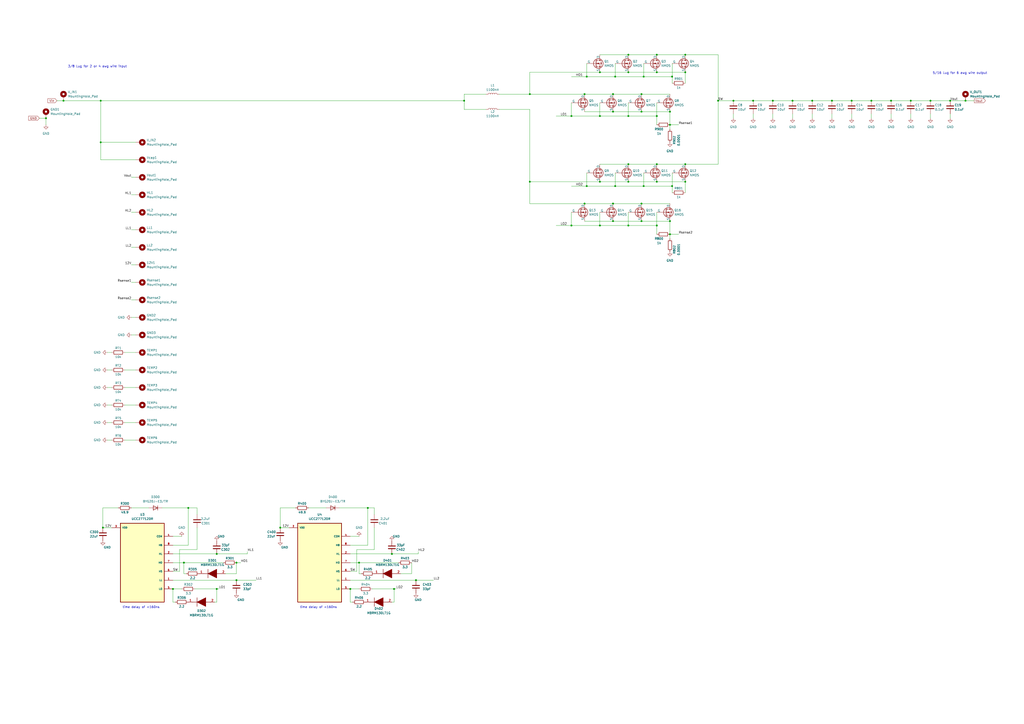
<source format=kicad_sch>
(kicad_sch (version 20230121) (generator eeschema)
  (paper "A2")
  (junction (at 137.16 326.39))
  (junction (at 364.49 105.41))
  (junction (at 482.6 58.42))
  (junction (at 100.33 341.63))
  (junction (at 203.2 341.63))
  (junction (at 364.49 41.91))
  (junction (at 347.98 41.91))
  (junction (at 388.62 128.27))
  (junction (at 331.47 130.81))
  (junction (at 389.89 44.45))
  (junction (at 355.6 64.77))
  (junction (at 26.67 68.58))
  (junction (at 356.87 44.45))
  (junction (at 364.49 130.81))
  (junction (at 364.49 67.31))
  (junction (at 59.69 306.07))
  (junction (at 372.11 54.61))
  (junction (at 347.98 105.41))
  (junction (at 339.09 118.11))
  (junction (at 397.51 105.41))
  (junction (at 227.33 321.31))
  (junction (at 355.6 128.27))
  (junction (at 381 130.81))
  (junction (at 58.42 58.42))
  (junction (at 125.73 321.31))
  (junction (at 106.68 326.39))
  (junction (at 355.6 54.61))
  (junction (at 388.62 135.89))
  (junction (at 560.07 58.42))
  (junction (at 373.38 107.95))
  (junction (at 372.11 118.11))
  (junction (at 162.56 306.07))
  (junction (at 356.87 107.95))
  (junction (at 471.17 58.42))
  (junction (at 331.47 67.31))
  (junction (at 397.51 95.25))
  (junction (at 58.42 82.55))
  (junction (at 340.36 44.45))
  (junction (at 340.36 107.95))
  (junction (at 241.3 336.55))
  (junction (at 347.98 130.81))
  (junction (at 125.73 341.63))
  (junction (at 528.32 58.42))
  (junction (at 459.74 58.42))
  (junction (at 505.46 58.42))
  (junction (at 307.34 54.61))
  (junction (at 372.11 64.77))
  (junction (at 397.51 31.75))
  (junction (at 388.62 64.77))
  (junction (at 381 31.75))
  (junction (at 539.75 58.42))
  (junction (at 494.03 58.42))
  (junction (at 381 95.25))
  (junction (at 381 67.31))
  (junction (at 436.88 58.42))
  (junction (at 213.36 294.64))
  (junction (at 269.24 58.42))
  (junction (at 355.6 118.11))
  (junction (at 381 105.41))
  (junction (at 137.16 336.55))
  (junction (at 388.62 72.39))
  (junction (at 339.09 54.61))
  (junction (at 307.34 105.41))
  (junction (at 208.28 326.39))
  (junction (at 397.51 41.91))
  (junction (at 551.18 58.42))
  (junction (at 228.6 341.63))
  (junction (at 389.89 107.95))
  (junction (at 364.49 95.25))
  (junction (at 364.49 31.75))
  (junction (at 425.45 58.42))
  (junction (at 416.56 58.42))
  (junction (at 448.31 58.42))
  (junction (at 372.11 128.27))
  (junction (at 109.22 294.64))
  (junction (at 36.83 58.42))
  (junction (at 373.38 44.45))
  (junction (at 347.98 67.31))
  (junction (at 516.89 58.42))
  (junction (at 381 41.91))
  (wire (pts (xy 388.62 135.89) (xy 388.62 138.43)))
  (wire (pts (xy 36.83 58.42) (xy 58.42 58.42)))
  (wire (pts (xy 322.58 130.81) (xy 331.47 130.81)))
  (wire (pts (xy 72.39 224.79) (xy 78.74 224.79)))
  (wire (pts (xy 381 41.91) (xy 397.51 41.91)))
  (wire (pts (xy 307.34 105.41) (xy 347.98 105.41)))
  (wire (pts (xy 231.14 326.39) (xy 208.28 326.39)))
  (wire (pts (xy 269.24 58.42) (xy 269.24 63.5)))
  (wire (pts (xy 76.2 143.51) (xy 78.74 143.51)))
  (wire (pts (xy 64.77 224.79) (xy 62.23 224.79)))
  (wire (pts (xy 372.11 118.11) (xy 388.62 118.11)))
  (wire (pts (xy 381 135.89) (xy 381 130.81)))
  (wire (pts (xy 113.03 341.63) (xy 125.73 341.63)))
  (wire (pts (xy 100.33 336.55) (xy 137.16 336.55)))
  (wire (pts (xy 436.88 58.42) (xy 425.45 58.42)))
  (wire (pts (xy 347.98 41.91) (xy 364.49 41.91)))
  (wire (pts (xy 217.17 318.77) (xy 207.01 318.77)))
  (wire (pts (xy 76.2 184.15) (xy 78.74 184.15)))
  (wire (pts (xy 208.28 326.39) (xy 208.28 332.74)))
  (wire (pts (xy 339.09 64.77) (xy 355.6 64.77)))
  (wire (pts (xy 106.68 326.39) (xy 100.33 326.39)))
  (wire (pts (xy 208.28 326.39) (xy 203.2 326.39)))
  (wire (pts (xy 381 59.69) (xy 381 67.31)))
  (wire (pts (xy 459.74 66.04) (xy 459.74 68.58)))
  (wire (pts (xy 339.09 128.27) (xy 355.6 128.27)))
  (wire (pts (xy 208.28 341.63) (xy 203.2 341.63)))
  (wire (pts (xy 137.16 326.39) (xy 137.16 332.74)))
  (wire (pts (xy 355.6 118.11) (xy 372.11 118.11)))
  (wire (pts (xy 93.98 294.64) (xy 109.22 294.64)))
  (wire (pts (xy 373.38 107.95) (xy 389.89 107.95)))
  (wire (pts (xy 72.39 234.95) (xy 78.74 234.95)))
  (wire (pts (xy 355.6 54.61) (xy 372.11 54.61)))
  (wire (pts (xy 331.47 44.45) (xy 340.36 44.45)))
  (wire (pts (xy 242.57 320.04) (xy 242.57 321.31)))
  (wire (pts (xy 76.2 153.67) (xy 78.74 153.67)))
  (wire (pts (xy 289.56 54.61) (xy 307.34 54.61)))
  (wire (pts (xy 331.47 59.69) (xy 331.47 67.31)))
  (wire (pts (xy 238.76 332.74) (xy 232.41 332.74)))
  (wire (pts (xy 125.73 341.63) (xy 125.73 349.25)))
  (wire (pts (xy 143.51 320.04) (xy 143.51 321.31)))
  (wire (pts (xy 162.56 294.64) (xy 162.56 306.07)))
  (wire (pts (xy 228.6 341.63) (xy 228.6 349.25)))
  (wire (pts (xy 372.11 64.77) (xy 388.62 64.77)))
  (wire (pts (xy 107.95 332.74) (xy 106.68 332.74)))
  (wire (pts (xy 76.2 133.35) (xy 78.74 133.35)))
  (wire (pts (xy 209.55 332.74) (xy 208.28 332.74)))
  (wire (pts (xy 516.89 58.42) (xy 528.32 58.42)))
  (wire (pts (xy 347.98 67.31) (xy 364.49 67.31)))
  (wire (pts (xy 331.47 107.95) (xy 340.36 107.95)))
  (wire (pts (xy 137.16 326.39) (xy 139.7 326.39)))
  (wire (pts (xy 137.16 336.55) (xy 148.59 336.55)))
  (wire (pts (xy 104.14 318.77) (xy 104.14 331.47)))
  (wire (pts (xy 551.18 58.42) (xy 560.07 58.42)))
  (wire (pts (xy 125.73 321.31) (xy 143.51 321.31)))
  (wire (pts (xy 397.51 105.41) (xy 397.51 111.76)))
  (wire (pts (xy 364.49 59.69) (xy 364.49 67.31)))
  (wire (pts (xy 109.22 316.23) (xy 100.33 316.23)))
  (wire (pts (xy 381 95.25) (xy 397.51 95.25)))
  (wire (pts (xy 356.87 100.33) (xy 356.87 107.95)))
  (wire (pts (xy 64.77 214.63) (xy 62.23 214.63)))
  (wire (pts (xy 381 31.75) (xy 397.51 31.75)))
  (wire (pts (xy 364.49 95.25) (xy 381 95.25)))
  (wire (pts (xy 494.03 66.04) (xy 494.03 68.58)))
  (wire (pts (xy 347.98 31.75) (xy 364.49 31.75)))
  (wire (pts (xy 355.6 128.27) (xy 372.11 128.27)))
  (wire (pts (xy 76.2 102.87) (xy 78.74 102.87)))
  (wire (pts (xy 505.46 66.04) (xy 505.46 68.58)))
  (wire (pts (xy 539.75 66.04) (xy 539.75 68.58)))
  (wire (pts (xy 356.87 107.95) (xy 373.38 107.95)))
  (wire (pts (xy 389.89 44.45) (xy 389.89 48.26)))
  (wire (pts (xy 59.69 306.07) (xy 64.77 306.07)))
  (wire (pts (xy 137.16 332.74) (xy 130.81 332.74)))
  (wire (pts (xy 281.94 54.61) (xy 269.24 54.61)))
  (wire (pts (xy 364.49 67.31) (xy 381 67.31)))
  (wire (pts (xy 72.39 255.27) (xy 78.74 255.27)))
  (wire (pts (xy 109.22 294.64) (xy 114.3 294.64)))
  (wire (pts (xy 196.85 294.64) (xy 213.36 294.64)))
  (wire (pts (xy 64.77 255.27) (xy 62.23 255.27)))
  (wire (pts (xy 482.6 58.42) (xy 471.17 58.42)))
  (wire (pts (xy 58.42 82.55) (xy 78.74 82.55)))
  (wire (pts (xy 372.11 54.61) (xy 388.62 54.61)))
  (wire (pts (xy 528.32 58.42) (xy 539.75 58.42)))
  (wire (pts (xy 76.2 173.99) (xy 78.74 173.99)))
  (wire (pts (xy 203.2 321.31) (xy 227.33 321.31)))
  (wire (pts (xy 388.62 64.77) (xy 388.62 72.39)))
  (wire (pts (xy 124.46 349.25) (xy 125.73 349.25)))
  (wire (pts (xy 227.33 349.25) (xy 228.6 349.25)))
  (wire (pts (xy 105.41 341.63) (xy 100.33 341.63)))
  (wire (pts (xy 307.34 54.61) (xy 339.09 54.61)))
  (wire (pts (xy 373.38 44.45) (xy 389.89 44.45)))
  (wire (pts (xy 494.03 58.42) (xy 505.46 58.42)))
  (wire (pts (xy 64.77 245.11) (xy 62.23 245.11)))
  (wire (pts (xy 72.39 204.47) (xy 78.74 204.47)))
  (wire (pts (xy 26.67 68.58) (xy 26.67 72.39)))
  (wire (pts (xy 307.34 41.91) (xy 307.34 54.61)))
  (wire (pts (xy 106.68 326.39) (xy 106.68 332.74)))
  (wire (pts (xy 33.02 58.42) (xy 36.83 58.42)))
  (wire (pts (xy 364.49 41.91) (xy 381 41.91)))
  (wire (pts (xy 100.33 331.47) (xy 104.14 331.47)))
  (wire (pts (xy 238.76 326.39) (xy 238.76 332.74)))
  (wire (pts (xy 340.36 36.83) (xy 340.36 44.45)))
  (wire (pts (xy 389.89 107.95) (xy 389.89 111.76)))
  (wire (pts (xy 551.18 66.04) (xy 551.18 68.58)))
  (wire (pts (xy 347.98 123.19) (xy 347.98 130.81)))
  (wire (pts (xy 127 341.63) (xy 125.73 341.63)))
  (wire (pts (xy 381 130.81) (xy 381 123.19)))
  (wire (pts (xy 356.87 44.45) (xy 373.38 44.45)))
  (wire (pts (xy 227.33 321.31) (xy 242.57 321.31)))
  (wire (pts (xy 381 105.41) (xy 397.51 105.41)))
  (wire (pts (xy 539.75 58.42) (xy 551.18 58.42)))
  (wire (pts (xy 448.31 58.42) (xy 436.88 58.42)))
  (wire (pts (xy 340.36 100.33) (xy 340.36 107.95)))
  (wire (pts (xy 109.22 294.64) (xy 109.22 316.23)))
  (wire (pts (xy 207.01 318.77) (xy 207.01 331.47)))
  (wire (pts (xy 72.39 245.11) (xy 78.74 245.11)))
  (wire (pts (xy 416.56 58.42) (xy 416.56 95.25)))
  (wire (pts (xy 364.49 105.41) (xy 381 105.41)))
  (wire (pts (xy 389.89 107.95) (xy 389.89 100.33)))
  (wire (pts (xy 114.3 294.64) (xy 114.3 298.45)))
  (wire (pts (xy 381 72.39) (xy 381 67.31)))
  (wire (pts (xy 64.77 234.95) (xy 62.23 234.95)))
  (wire (pts (xy 171.45 294.64) (xy 162.56 294.64)))
  (wire (pts (xy 203.2 336.55) (xy 241.3 336.55)))
  (wire (pts (xy 560.07 58.42) (xy 565.15 58.42)))
  (wire (pts (xy 416.56 58.42) (xy 425.45 58.42)))
  (wire (pts (xy 471.17 66.04) (xy 471.17 68.58)))
  (wire (pts (xy 307.34 118.11) (xy 307.34 105.41)))
  (wire (pts (xy 388.62 72.39) (xy 388.62 74.93)))
  (wire (pts (xy 114.3 306.07) (xy 114.3 318.77)))
  (wire (pts (xy 364.49 31.75) (xy 381 31.75)))
  (wire (pts (xy 494.03 58.42) (xy 482.6 58.42)))
  (wire (pts (xy 162.56 306.07) (xy 167.64 306.07)))
  (wire (pts (xy 307.34 118.11) (xy 339.09 118.11)))
  (wire (pts (xy 347.98 95.25) (xy 364.49 95.25)))
  (wire (pts (xy 516.89 66.04) (xy 516.89 68.58)))
  (wire (pts (xy 100.33 321.31) (xy 125.73 321.31)))
  (wire (pts (xy 448.31 66.04) (xy 448.31 68.58)))
  (wire (pts (xy 76.2 194.31) (xy 78.74 194.31)))
  (wire (pts (xy 347.98 105.41) (xy 364.49 105.41)))
  (wire (pts (xy 347.98 130.81) (xy 364.49 130.81)))
  (wire (pts (xy 215.9 341.63) (xy 228.6 341.63)))
  (wire (pts (xy 58.42 58.42) (xy 58.42 82.55)))
  (wire (pts (xy 76.2 163.83) (xy 78.74 163.83)))
  (wire (pts (xy 229.87 341.63) (xy 228.6 341.63)))
  (wire (pts (xy 471.17 58.42) (xy 459.74 58.42)))
  (wire (pts (xy 59.69 294.64) (xy 59.69 306.07)))
  (wire (pts (xy 482.6 66.04) (xy 482.6 68.58)))
  (wire (pts (xy 289.56 63.5) (xy 307.34 63.5)))
  (wire (pts (xy 213.36 294.64) (xy 217.17 294.64)))
  (wire (pts (xy 397.51 95.25) (xy 416.56 95.25)))
  (wire (pts (xy 364.49 123.19) (xy 364.49 130.81)))
  (wire (pts (xy 397.51 41.91) (xy 397.51 48.26)))
  (wire (pts (xy 76.2 113.03) (xy 78.74 113.03)))
  (wire (pts (xy 307.34 41.91) (xy 347.98 41.91)))
  (wire (pts (xy 281.94 63.5) (xy 269.24 63.5)))
  (wire (pts (xy 340.36 44.45) (xy 356.87 44.45)))
  (wire (pts (xy 241.3 336.55) (xy 251.46 336.55)))
  (wire (pts (xy 373.38 36.83) (xy 373.38 44.45)))
  (wire (pts (xy 100.33 349.25) (xy 100.33 341.63)))
  (wire (pts (xy 416.56 31.75) (xy 416.56 58.42)))
  (wire (pts (xy 388.62 72.39) (xy 393.7 72.39)))
  (wire (pts (xy 217.17 294.64) (xy 217.17 298.45)))
  (wire (pts (xy 307.34 63.5) (xy 307.34 105.41)))
  (wire (pts (xy 58.42 58.42) (xy 269.24 58.42)))
  (wire (pts (xy 203.2 349.25) (xy 203.2 341.63)))
  (wire (pts (xy 68.58 294.64) (xy 59.69 294.64)))
  (wire (pts (xy 72.39 214.63) (xy 78.74 214.63)))
  (wire (pts (xy 322.58 67.31) (xy 331.47 67.31)))
  (wire (pts (xy 22.86 68.58) (xy 26.67 68.58)))
  (wire (pts (xy 340.36 107.95) (xy 356.87 107.95)))
  (wire (pts (xy 436.88 66.04) (xy 436.88 68.58)))
  (wire (pts (xy 339.09 118.11) (xy 355.6 118.11)))
  (wire (pts (xy 364.49 130.81) (xy 381 130.81)))
  (wire (pts (xy 356.87 36.83) (xy 356.87 44.45)))
  (wire (pts (xy 179.07 294.64) (xy 189.23 294.64)))
  (wire (pts (xy 347.98 59.69) (xy 347.98 67.31)))
  (wire (pts (xy 208.28 311.15) (xy 203.2 311.15)))
  (wire (pts (xy 76.2 123.19) (xy 78.74 123.19)))
  (wire (pts (xy 425.45 66.04) (xy 425.45 68.58)))
  (wire (pts (xy 76.2 294.64) (xy 86.36 294.64)))
  (wire (pts (xy 114.3 318.77) (xy 104.14 318.77)))
  (wire (pts (xy 355.6 64.77) (xy 372.11 64.77)))
  (wire (pts (xy 58.42 92.71) (xy 78.74 92.71)))
  (wire (pts (xy 213.36 294.64) (xy 213.36 316.23)))
  (wire (pts (xy 331.47 130.81) (xy 347.98 130.81)))
  (wire (pts (xy 58.42 82.55) (xy 58.42 92.71)))
  (wire (pts (xy 397.51 31.75) (xy 416.56 31.75)))
  (wire (pts (xy 269.24 54.61) (xy 269.24 58.42)))
  (wire (pts (xy 372.11 128.27) (xy 388.62 128.27)))
  (wire (pts (xy 217.17 306.07) (xy 217.17 318.77)))
  (wire (pts (xy 528.32 66.04) (xy 528.32 68.58)))
  (wire (pts (xy 101.6 349.25) (xy 100.33 349.25)))
  (wire (pts (xy 203.2 331.47) (xy 207.01 331.47)))
  (wire (pts (xy 204.47 349.25) (xy 203.2 349.25)))
  (wire (pts (xy 388.62 135.89) (xy 393.7 135.89)))
  (wire (pts (xy 459.74 58.42) (xy 448.31 58.42)))
  (wire (pts (xy 331.47 123.19) (xy 331.47 130.81)))
  (wire (pts (xy 339.09 54.61) (xy 355.6 54.61)))
  (wire (pts (xy 213.36 316.23) (xy 203.2 316.23)))
  (wire (pts (xy 129.54 326.39) (xy 106.68 326.39)))
  (wire (pts (xy 331.47 67.31) (xy 347.98 67.31)))
  (wire (pts (xy 505.46 58.42) (xy 516.89 58.42)))
  (wire (pts (xy 388.62 128.27) (xy 388.62 135.89)))
  (wire (pts (xy 373.38 100.33) (xy 373.38 107.95)))
  (wire (pts (xy 389.89 44.45) (xy 389.89 36.83)))
  (wire (pts (xy 64.77 204.47) (xy 62.23 204.47)))
  (wire (pts (xy 105.41 311.15) (xy 100.33 311.15)))
  (text "3/8 Lug for 2 or 4 awg wire input" (at 39.37 39.37 0) (effects (font (size 1.27 1.27)) (justify left bottom)))
  (text "time delay of <160ns" (at 71.12 353.06 0) (effects (font (size 1.27 1.27)) (justify left bottom)))
  (text "5/16 Lug for 6 awg wire output" (at 541.02 43.18 0) (effects (font (size 1.27 1.27)) (justify left bottom)))
  (text "time delay of <160ns" (at 173.99 353.06 0) (effects (font (size 1.27 1.27)) (justify left bottom)))
  (label "SW" (at 100.33 331.47 0))
  (label "LL1" (at 76.2 133.35 180))
  (label "LO2" (at 325.12 130.81 0))
  (label "Rsense1" (at 76.2 163.83 180))
  (label "HO2" (at 334.01 107.95 0))
  (label "HL2" (at 76.2 123.19 180))
  (label "LO1" (at 127 341.63 0))
  (label "LO1" (at 325.12 67.31 0))
  (label "Vout" (at 76.2 102.87 180))
  (label "HO2" (at 238.76 326.39 0))
  (label "SW" (at 416.56 58.42 0))
  (label "HL1" (at 76.2 113.03 180))
  (label "HO1" (at 334.01 44.45 0))
  (label "LO2" (at 229.87 341.63 0))
  (label "12V" (at 163.83 306.07 0))
  (label "HO1" (at 139.7 326.39 0))
  (label "LL2" (at 76.2 143.51 180))
  (label "12V" (at 60.96 306.07 0))
  (label "Rsense2" (at 393.7 135.89 0))
  (label "HL1" (at 143.51 320.04 0))
  (label "12V" (at 76.2 153.67 180))
  (label "Rsense2" (at 76.2 173.99 180))
  (label "LL2" (at 251.46 336.55 0))
  (label "LL1" (at 148.59 336.55 0))
  (label "Rsense1" (at 393.7 72.39 0))
  (label "Vout" (at 551.18 58.42 0))
  (label "HL2" (at 242.57 320.04 0))
  (label "SW" (at 203.2 331.47 0))
  (global_label "Vout" (shape output) (at 565.15 58.42 0) (property "Intersheetrefs" "${INTERSHEET_REFS}" (effects hide)))
  (global_label "GND" (shape input) (at 22.86 68.58 180) (property "Intersheetrefs" "${INTERSHEET_REFS}" (effects hide)))
  (global_label "Vin" (shape input) (at 33.02 58.42 180) (property "Intersheetrefs" "${INTERSHEET_REFS}" (effects hide)))
  (symbol (lib_id "power:GND") (at 528.32 68.58 0) (unit 1)
    (property "Reference" "#PWR022" (effects hide))
    (property "Value" "GND" (at 528.32 73.66 0))
  )
  (symbol (lib_id "Device:R") (at 388.62 142.24 0) (unit 1)
    (property "Reference" "R802" (at 391.16 144.78 90))
    (property "Value" "0.0001" (at 393.7 144.78 90))
    (property "Footprint" "SnapEDA Library:PSR500HTQFB0L10" (effects hide))
  )
  (symbol (lib_id "UCC27712DR:UCC27712DR") (at 82.55 326.39 0) (mirror y) (unit 1)
    (property "Reference" "U3" (at 82.55 298.45 0))
    (property "Value" "UCC27712DR" (at 82.55 300.99 0))
    (property "Footprint" "SnapEDA Library:SOIC127P599X175-8N" (effects hide))
  )
  (symbol (lib_id "MBRM130LT1G:MBRM130LT1G") (at 115.57 332.74 0) (unit 1)
    (property "Reference" "D301" (at 123.19 325.12 0))
    (property "Value" "MBRM130LT1G" (at 123.19 327.66 0))
    (property "Footprint" "SnapEDA Library:MBRM130LT1G" (effects hide))
    (property "Datasheet" "http://www.onsemi.com/pub/Collateral/MBRM130L-D.PDF" (effects hide))
    (property "Manufacturer_Name" "onsemi" (effects hide))
    (property "Manufacturer_Part_Number" "MBRM130LT1G" (effects hide))
    (property "Mouser Part Number" "863-MBRM130LT1G" (effects hide))
    (property "Mouser Price/Stock" "https://www.mouser.co.uk/ProductDetail/onsemi/MBRM130LT1G?qs=3JMERSakebrXPEmSbT3BNg%3D%3D" (effects hide))
    (property "Arrow Part Number" "MBRM130LT1G" (effects hide))
    (property "Arrow Price/Stock" "https://www.arrow.com/en/products/mbrm130lt1g/on-semiconductor?region=europe" (effects hide))
  )
  (symbol (lib_id "Mechanical:MountingHole_Pad") (at 81.28 133.35 270) (unit 1)
    (property "Reference" "LL1" (at 85.09 132.08 90) (effects (justify left)))
    (property "Value" "MountingHole_Pad" (at 85.09 134.62 90) (effects (justify left)))
    (property "Footprint" "TestPoint:TestPoint_THTPad_D2.5mm_Drill1.2mm" (effects hide))
  )
  (symbol (lib_id "Device:R") (at 234.95 326.39 270) (unit 1)
    (property "Reference" "R403" (at 234.95 323.85 90))
    (property "Value" "3.3" (at 234.95 328.93 90))
    (property "Footprint" "Resistor_SMD:R_1206_3216Metric_Pad1.30x1.75mm_HandSolder" (effects hide))
  )
  (symbol (lib_id "power:GND") (at 425.45 68.58 0) (unit 1)
    (property "Reference" "#PWR013" (effects hide))
    (property "Value" "GND" (at 425.45 73.66 0))
  )
  (symbol (lib_id "power:GND") (at 551.18 68.58 0) (unit 1)
    (property "Reference" "#PWR024" (effects hide))
    (property "Value" "GND" (at 551.18 73.66 0))
  )
  (symbol (lib_id "Simulation_SPICE:NMOS") (at 353.06 59.69 0) (unit 1)
    (property "Reference" "Q6" (at 358.14 58.42 0) (effects (justify left)))
    (property "Value" "NMOS" (at 358.14 60.96 0) (effects (justify left)))
    (property "Footprint" "SnapEDA Library:TO-220-3_Horizontal_TabDown no hole" (effects hide))
    (property "Datasheet" "https://www.mouser.com/datasheet/2/196/Infineon_IPP024N08NF2S_DataSheet_v02_00_EN-2399825.pdf" (effects hide))
    (property "Sim.Device" "NMOS" (effects hide))
    (property "Sim.Type" "VDMOS" (effects hide))
    (property "Sim.Pins" "1=G 2=D 3=S" (effects hide))
  )
  (symbol (lib_id "MBRM130LT1G:MBRM130LT1G") (at 109.22 349.25 0) (unit 1)
    (property "Reference" "D302" (at 116.84 354.33 0))
    (property "Value" "MBRM130LT1G" (at 116.84 356.87 0))
    (property "Footprint" "SnapEDA Library:MBRM130LT1G" (effects hide))
    (property "Datasheet" "http://www.onsemi.com/pub/Collateral/MBRM130L-D.PDF" (effects hide))
    (property "Manufacturer_Name" "onsemi" (effects hide))
    (property "Manufacturer_Part_Number" "MBRM130LT1G" (effects hide))
    (property "Mouser Part Number" "863-MBRM130LT1G" (effects hide))
    (property "Mouser Price/Stock" "https://www.mouser.co.uk/ProductDetail/onsemi/MBRM130LT1G?qs=3JMERSakebrXPEmSbT3BNg%3D%3D" (effects hide))
    (property "Arrow Part Number" "MBRM130LT1G" (effects hide))
    (property "Arrow Price/Stock" "https://www.arrow.com/en/products/mbrm130lt1g/on-semiconductor?region=europe" (effects hide))
  )
  (symbol (lib_id "power:GND") (at 105.41 311.15 180) (unit 1)
    (property "Reference" "#PWR03" (effects hide))
    (property "Value" "GND" (at 105.41 306.07 0))
  )
  (symbol (lib_id "MBRM130LT1G:MBRM130LT1G") (at 217.17 332.74 0) (unit 1)
    (property "Reference" "D401" (at 224.79 325.12 0))
    (property "Value" "MBRM130LT1G" (at 224.79 327.66 0))
    (property "Footprint" "SnapEDA Library:MBRM130LT1G" (effects hide))
    (property "Datasheet" "http://www.onsemi.com/pub/Collateral/MBRM130L-D.PDF" (effects hide))
    (property "Manufacturer_Name" "onsemi" (effects hide))
    (property "Manufacturer_Part_Number" "MBRM130LT1G" (effects hide))
    (property "Mouser Part Number" "863-MBRM130LT1G" (effects hide))
    (property "Mouser Price/Stock" "https://www.mouser.co.uk/ProductDetail/onsemi/MBRM130LT1G?qs=3JMERSakebrXPEmSbT3BNg%3D%3D" (effects hide))
    (property "Arrow Part Number" "MBRM130LT1G" (effects hide))
    (property "Arrow Price/Stock" "https://www.arrow.com/en/products/mbrm130lt1g/on-semiconductor?region=europe" (effects hide))
  )
  (symbol (lib_id "Mechanical:MountingHole_Pad") (at 81.28 82.55 270) (unit 1)
    (property "Reference" "V_IN2" (at 85.09 81.28 90) (effects (justify left)))
    (property "Value" "MountingHole_Pad" (at 85.09 83.82 90) (effects (justify left)))
    (property "Footprint" "TestPoint:TestPoint_THTPad_D2.5mm_Drill1.2mm" (effects hide))
  )
  (symbol (lib_id "Mechanical:MountingHole_Pad") (at 81.28 153.67 270) (unit 1)
    (property "Reference" "12V1" (at 85.09 152.4 90) (effects (justify left)))
    (property "Value" "MountingHole_Pad" (at 85.09 154.94 90) (effects (justify left)))
    (property "Footprint" "TestPoint:TestPoint_THTPad_D2.5mm_Drill1.2mm" (effects hide))
  )
  (symbol (lib_id "Device:D") (at 193.04 294.64 180) (unit 1)
    (property "Reference" "D400" (at 193.04 288.29 0))
    (property "Value" "BYG20J-E3/TR" (at 193.04 290.83 0))
    (property "Footprint" "Diode_SMD:D_SMA" (effects hide))
    (property "Sim.Device" "D" (effects hide))
    (property "Sim.Pins" "1=K 2=A" (effects hide))
  )
  (symbol (lib_id "Mechanical:MountingHole_Pad") (at 81.28 102.87 270) (unit 1)
    (property "Reference" "Vout1" (at 85.09 101.6 90) (effects (justify left)))
    (property "Value" "MountingHole_Pad" (at 85.09 104.14 90) (effects (justify left)))
    (property "Footprint" "TestPoint:TestPoint_THTPad_D2.5mm_Drill1.2mm" (effects hide))
  )
  (symbol (lib_id "Mechanical:MountingHole_Pad") (at 81.28 224.79 270) (unit 1)
    (property "Reference" "TEMP3" (at 85.09 223.52 90) (effects (justify left)))
    (property "Value" "MountingHole_Pad" (at 85.09 226.06 90) (effects (justify left)))
    (property "Footprint" "TestPoint:TestPoint_THTPad_D2.5mm_Drill1.2mm" (effects hide))
  )
  (symbol (lib_id "power:GND") (at 471.17 68.58 0) (unit 1)
    (property "Reference" "#PWR017" (effects hide))
    (property "Value" "GND" (at 471.17 73.66 0))
  )
  (symbol (lib_id "power:GND") (at 162.56 313.69 0) (unit 1)
    (property "Reference" "#PWR06" (effects hide))
    (property "Value" "GND" (at 165.1 317.5 0))
  )
  (symbol (lib_id "Mechanical:MountingHole_Pad") (at 81.28 184.15 270) (unit 1)
    (property "Reference" "GND2" (at 85.09 182.88 90) (effects (justify left)))
    (property "Value" "MountingHole_Pad" (at 85.09 185.42 90) (effects (justify left)))
    (property "Footprint" "TestPoint:TestPoint_THTPad_D2.5mm_Drill1.2mm" (effects hide))
  )
  (symbol (lib_id "Device:D") (at 90.17 294.64 180) (unit 1)
    (property "Reference" "D300" (at 90.17 288.29 0))
    (property "Value" "BYG20J-E3/TR" (at 90.17 290.83 0))
    (property "Footprint" "Diode_SMD:D_SMA" (effects hide))
    (property "Sim.Device" "D" (effects hide))
    (property "Sim.Pins" "1=K 2=A" (effects hide))
  )
  (symbol (lib_id "Device:R") (at 68.58 245.11 270) (mirror x) (unit 1)
    (property "Reference" "RT5" (at 68.58 242.57 90))
    (property "Value" "10k" (at 68.58 247.65 90))
    (property "Footprint" "Resistor_SMD:R_0603_1608Metric_Pad0.98x0.95mm_HandSolder" (effects hide))
    (property "Datasheet" "NTCG163JX103DT1S" (effects hide))
  )
  (symbol (lib_id "Device:R") (at 208.28 349.25 270) (unit 1)
    (property "Reference" "R406" (at 208.28 346.71 90))
    (property "Value" "2.2" (at 208.28 351.79 90))
    (property "Footprint" "Resistor_SMD:R_1206_3216Metric_Pad1.30x1.75mm_HandSolder" (effects hide))
  )
  (symbol (lib_id "Device:R") (at 72.39 294.64 270) (unit 1)
    (property "Reference" "R300" (at 72.39 292.1 90))
    (property "Value" "49.9" (at 72.39 297.18 90))
    (property "Footprint" "Resistor_SMD:R_1206_3216Metric_Pad1.30x1.75mm_HandSolder" (effects hide))
  )
  (symbol (lib_id "power:GND") (at 539.75 68.58 0) (unit 1)
    (property "Reference" "#PWR023" (effects hide))
    (property "Value" "GND" (at 539.75 73.66 0))
  )
  (symbol (lib_id "Device:C") (at 516.89 62.23 0) (unit 1)
    (property "Reference" "C16" (at 519.43 60.96 0) (effects (justify left)))
    (property "Value" "0.1uF" (at 519.43 63.5 0) (effects (justify left)))
    (property "Footprint" "Capacitor_SMD:C_1210_3225Metric_Pad1.33x2.70mm_HandSolder" (effects hide))
    (property "Datasheet" "https://product.tdk.com/system/files/dam/doc/product/capacitor/ceramic/mlcc/catalog/mlcc_commercial_midvoltage_en.pdf" (effects hide))
  )
  (symbol (lib_id "Device:C") (at 217.17 302.26 0) (unit 1)
    (property "Reference" "C401" (at 224.79 303.53 0) (effects (justify right)))
    (property "Value" "2.2uF" (at 226.06 300.99 0) (effects (justify right)))
    (property "Footprint" "Capacitor_SMD:C_1206_3216Metric_Pad1.33x1.80mm_HandSolder" (effects hide))
  )
  (symbol (lib_id "power:GND") (at 137.16 344.17 0) (unit 1)
    (property "Reference" "#PWR05" (effects hide))
    (property "Value" "GND" (at 139.7 347.98 0))
  )
  (symbol (lib_id "Simulation_SPICE:NMOS") (at 369.57 123.19 0) (unit 1)
    (property "Reference" "Q15" (at 374.65 121.92 0) (effects (justify left)))
    (property "Value" "NMOS" (at 374.65 124.46 0) (effects (justify left)))
    (property "Footprint" "SnapEDA Library:TO-220-3_Horizontal_TabDown no hole" (effects hide))
    (property "Datasheet" "https://www.mouser.com/datasheet/2/196/Infineon_IPP024N08NF2S_DataSheet_v02_00_EN-2399825.pdf" (effects hide))
    (property "Sim.Device" "NMOS" (effects hide))
    (property "Sim.Type" "VDMOS" (effects hide))
    (property "Sim.Pins" "1=G 2=D 3=S" (effects hide))
  )
  (symbol (lib_id "Mechanical:MountingHole_Pad") (at 560.07 55.88 0) (unit 1)
    (property "Reference" "V_OUT1" (at 562.61 53.34 0) (effects (justify left)))
    (property "Value" "MountingHole_Pad" (at 562.61 55.88 0) (effects (justify left)))
    (property "Footprint" "MountingHole:MountingHole_8.4mm_M8_Pad_TopBottom" (effects hide))
  )
  (symbol (lib_id "Device:R") (at 213.36 332.74 270) (unit 1)
    (property "Reference" "R405" (at 213.36 330.2 90))
    (property "Value" "2.2" (at 213.36 335.28 90))
    (property "Footprint" "Resistor_SMD:R_1206_3216Metric_Pad1.30x1.75mm_HandSolder" (effects hide))
  )
  (symbol (lib_id "Mechanical:MountingHole_Pad") (at 81.28 255.27 270) (unit 1)
    (property "Reference" "TEMP6" (at 85.09 254 90) (effects (justify left)))
    (property "Value" "MountingHole_Pad" (at 85.09 256.54 90) (effects (justify left)))
    (property "Footprint" "TestPoint:TestPoint_THTPad_D2.5mm_Drill1.2mm" (effects hide))
  )
  (symbol (lib_id "Simulation_SPICE:NMOS") (at 394.97 100.33 0) (unit 1)
    (property "Reference" "Q12" (at 400.05 99.06 0) (effects (justify left)))
    (property "Value" "NMOS" (at 400.05 101.6 0) (effects (justify left)))
    (property "Footprint" "SnapEDA Library:TO-220-3_Horizontal_TabDown no hole" (effects hide))
    (property "Datasheet" "https://www.mouser.com/datasheet/2/196/Infineon_IPP024N08NF2S_DataSheet_v02_00_EN-2399825.pdf" (effects hide))
    (property "Sim.Device" "NMOS" (effects hide))
    (property "Sim.Type" "VDMOS" (effects hide))
    (property "Sim.Pins" "1=G 2=D 3=S" (effects hide))
  )
  (symbol (lib_id "Device:C") (at 59.69 309.88 180) (unit 1)
    (property "Reference" "C300" (at 52.07 308.61 0) (effects (justify right)))
    (property "Value" "22uF" (at 52.07 311.15 0) (effects (justify right)))
    (property "Footprint" "Capacitor_SMD:C_1206_3216Metric_Pad1.33x1.80mm_HandSolder" (effects hide))
  )
  (symbol (lib_id "power:GND") (at 388.62 82.55 0) (unit 1)
    (property "Reference" "#PWR010" (effects hide))
    (property "Value" "GND" (at 388.62 87.63 0))
  )
  (symbol (lib_id "power:GND") (at 62.23 255.27 270) (mirror x) (unit 1)
    (property "Reference" "#PWR032" (effects hide))
    (property "Value" "GND" (at 58.42 255.27 90) (effects (justify right)))
  )
  (symbol (lib_id "Simulation_SPICE:NMOS") (at 336.55 59.69 0) (unit 1)
    (property "Reference" "Q5" (at 341.63 58.42 0) (effects (justify left)))
    (property "Value" "NMOS" (at 341.63 60.96 0) (effects (justify left)))
    (property "Footprint" "SnapEDA Library:TO-220-3_Horizontal_TabDown no hole" (effects hide))
    (property "Datasheet" "https://www.mouser.com/datasheet/2/196/Infineon_IPP024N08NF2S_DataSheet_v02_00_EN-2399825.pdf" (effects hide))
    (property "Sim.Device" "NMOS" (effects hide))
    (property "Sim.Type" "VDMOS" (effects hide))
    (property "Sim.Pins" "1=G 2=D 3=S" (effects hide))
  )
  (symbol (lib_id "Device:C") (at 448.31 62.23 0) (unit 1)
    (property "Reference" "C10" (at 450.85 60.96 0) (effects (justify left)))
    (property "Value" "10uF" (at 450.85 63.5 0) (effects (justify left)))
    (property "Footprint" "Capacitor_SMD:C_1210_3225Metric_Pad1.33x2.70mm_HandSolder" (effects hide))
    (property "Datasheet" "https://product.tdk.com/system/files/dam/doc/product/capacitor/ceramic/mlcc/catalog/mlcc_commercial_midvoltage_en.pdf" (effects hide))
  )
  (symbol (lib_id "Mechanical:MountingHole_Pad") (at 81.28 163.83 270) (unit 1)
    (property "Reference" "Rsense1" (at 85.09 162.56 90) (effects (justify left)))
    (property "Value" "MountingHole_Pad" (at 85.09 165.1 90) (effects (justify left)))
    (property "Footprint" "TestPoint:TestPoint_THTPad_D2.5mm_Drill1.2mm" (effects hide))
  )
  (symbol (lib_id "Simulation_SPICE:NMOS") (at 353.06 123.19 0) (unit 1)
    (property "Reference" "Q14" (at 358.14 121.92 0) (effects (justify left)))
    (property "Value" "NMOS" (at 358.14 124.46 0) (effects (justify left)))
    (property "Footprint" "SnapEDA Library:TO-220-3_Horizontal_TabDown no hole" (effects hide))
    (property "Datasheet" "https://www.mouser.com/datasheet/2/196/Infineon_IPP024N08NF2S_DataSheet_v02_00_EN-2399825.pdf" (effects hide))
    (property "Sim.Device" "NMOS" (effects hide))
    (property "Sim.Type" "VDMOS" (effects hide))
    (property "Sim.Pins" "1=G 2=D 3=S" (effects hide))
  )
  (symbol (lib_id "Simulation_SPICE:NMOS") (at 369.57 59.69 0) (unit 1)
    (property "Reference" "Q7" (at 374.65 58.42 0) (effects (justify left)))
    (property "Value" "NMOS" (at 374.65 60.96 0) (effects (justify left)))
    (property "Footprint" "SnapEDA Library:TO-220-3_Horizontal_TabDown no hole" (effects hide))
    (property "Datasheet" "https://www.mouser.com/datasheet/2/196/Infineon_IPP024N08NF2S_DataSheet_v02_00_EN-2399825.pdf" (effects hide))
    (property "Sim.Device" "NMOS" (effects hide))
    (property "Sim.Type" "VDMOS" (effects hide))
    (property "Sim.Pins" "1=G 2=D 3=S" (effects hide))
  )
  (symbol (lib_id "power:GND") (at 241.3 344.17 0) (unit 1)
    (property "Reference" "#PWR09" (effects hide))
    (property "Value" "GND" (at 242.57 347.98 0))
  )
  (symbol (lib_id "Mechanical:MountingHole_Pad") (at 81.28 245.11 270) (unit 1)
    (property "Reference" "TEMP5" (at 85.09 243.84 90) (effects (justify left)))
    (property "Value" "MountingHole_Pad" (at 85.09 246.38 90) (effects (justify left)))
    (property "Footprint" "TestPoint:TestPoint_THTPad_D2.5mm_Drill1.2mm" (effects hide))
  )
  (symbol (lib_id "Device:R") (at 393.7 111.76 270) (unit 1)
    (property "Reference" "R801" (at 393.7 109.22 90))
    (property "Value" "1k" (at 393.7 114.3 90))
    (property "Footprint" "Resistor_SMD:R_1206_3216Metric_Pad1.30x1.75mm_HandSolder" (effects hide))
  )
  (symbol (lib_id "Device:C") (at 162.56 309.88 180) (unit 1)
    (property "Reference" "C400" (at 154.94 308.61 0) (effects (justify right)))
    (property "Value" "22uF" (at 154.94 311.15 0) (effects (justify right)))
    (property "Footprint" "Capacitor_SMD:C_1206_3216Metric_Pad1.33x1.80mm_HandSolder" (effects hide))
  )
  (symbol (lib_id "power:GND") (at 436.88 68.58 0) (unit 1)
    (property "Reference" "#PWR014" (effects hide))
    (property "Value" "GND" (at 436.88 73.66 0))
  )
  (symbol (lib_id "Device:C") (at 436.88 62.23 0) (unit 1)
    (property "Reference" "C9" (at 439.42 60.96 0) (effects (justify left)))
    (property "Value" "10uF" (at 439.42 63.5 0) (effects (justify left)))
    (property "Footprint" "Capacitor_SMD:C_1210_3225Metric_Pad1.33x2.70mm_HandSolder" (effects hide))
    (property "Datasheet" "https://product.tdk.com/system/files/dam/doc/product/capacitor/ceramic/mlcc/catalog/mlcc_commercial_midvoltage_en.pdf" (effects hide))
  )
  (symbol (lib_id "Simulation_SPICE:NMOS") (at 378.46 100.33 0) (unit 1)
    (property "Reference" "Q11" (at 383.54 99.06 0) (effects (justify left)))
    (property "Value" "NMOS" (at 383.54 101.6 0) (effects (justify left)))
    (property "Footprint" "SnapEDA Library:TO-220-3_Horizontal_TabDown no hole" (effects hide))
    (property "Datasheet" "https://www.mouser.com/datasheet/2/196/Infineon_IPP024N08NF2S_DataSheet_v02_00_EN-2399825.pdf" (effects hide))
    (property "Sim.Device" "NMOS" (effects hide))
    (property "Sim.Type" "VDMOS" (effects hide))
    (property "Sim.Pins" "1=G 2=D 3=S" (effects hide))
  )
  (symbol (lib_id "Device:R") (at 68.58 214.63 90) (mirror x) (unit 1)
    (property "Reference" "RT2" (at 68.58 212.09 90))
    (property "Value" "10k" (at 68.58 217.17 90))
    (property "Footprint" "Resistor_SMD:R_0603_1608Metric_Pad0.98x0.95mm_HandSolder" (effects hide))
    (property "Datasheet" "NTCG163JX103DT1S" (effects hide))
  )
  (symbol (lib_id "power:GND") (at 76.2 184.15 270) (unit 1)
    (property "Reference" "#PWR026" (effects hide))
    (property "Value" "GND" (at 72.39 184.15 90) (effects (justify right)))
  )
  (symbol (lib_id "Device:R") (at 384.81 135.89 270) (unit 1)
    (property "Reference" "R800" (at 382.27 138.43 90))
    (property "Value" "1k" (at 382.27 140.97 90))
    (property "Footprint" "Resistor_SMD:R_1206_3216Metric_Pad1.30x1.75mm_HandSolder" (effects hide))
  )
  (symbol (lib_id "power:GND") (at 62.23 224.79 270) (mirror x) (unit 1)
    (property "Reference" "#PWR029" (effects hide))
    (property "Value" "GND" (at 58.42 224.79 90) (effects (justify right)))
  )
  (symbol (lib_id "Device:R") (at 68.58 224.79 270) (mirror x) (unit 1)
    (property "Reference" "RT3" (at 68.58 222.25 90))
    (property "Value" "10k" (at 68.58 227.33 90))
    (property "Footprint" "Resistor_SMD:R_0603_1608Metric_Pad0.98x0.95mm_HandSolder" (effects hide))
    (property "Datasheet" "NTCG163JX103DT1S" (effects hide))
  )
  (symbol (lib_id "Device:C") (at 471.17 62.23 0) (unit 1)
    (property "Reference" "C12" (at 473.71 60.96 0) (effects (justify left)))
    (property "Value" "10uF" (at 473.71 63.5 0) (effects (justify left)))
    (property "Footprint" "Capacitor_SMD:C_1210_3225Metric_Pad1.33x2.70mm_HandSolder" (effects hide))
    (property "Datasheet" "https://product.tdk.com/system/files/dam/doc/product/capacitor/ceramic/mlcc/catalog/mlcc_commercial_midvoltage_en.pdf" (effects hide))
  )
  (symbol (lib_id "power:GND") (at 62.23 214.63 270) (mirror x) (unit 1)
    (property "Reference" "#PWR028" (effects hide))
    (property "Value" "GND" (at 58.42 214.63 90) (effects (justify right)))
  )
  (symbol (lib_id "Device:R") (at 212.09 341.63 270) (unit 1)
    (property "Reference" "R404" (at 212.09 339.09 90))
    (property "Value" "3.3" (at 212.09 344.17 90))
    (property "Footprint" "Resistor_SMD:R_1206_3216Metric_Pad1.30x1.75mm_HandSolder" (effects hide))
  )
  (symbol (lib_id "power:GND") (at 505.46 68.58 0) (unit 1)
    (property "Reference" "#PWR020" (effects hide))
    (property "Value" "GND" (at 505.46 73.66 0))
  )
  (symbol (lib_id "Mechanical:MountingHole_Pad") (at 81.28 214.63 270) (unit 1)
    (property "Reference" "TEMP2" (at 85.09 213.36 90) (effects (justify left)))
    (property "Value" "MountingHole_Pad" (at 85.09 215.9 90) (effects (justify left)))
    (property "Footprint" "TestPoint:TestPoint_THTPad_D2.5mm_Drill1.2mm" (effects hide))
  )
  (symbol (lib_id "power:GND") (at 76.2 194.31 270) (unit 1)
    (property "Reference" "#PWR025" (effects hide))
    (property "Value" "GND" (at 72.39 194.31 90) (effects (justify right)))
  )
  (symbol (lib_id "power:GND") (at 388.62 146.05 0) (unit 1)
    (property "Reference" "#PWR011" (effects hide))
    (property "Value" "GND" (at 388.62 151.13 0))
  )
  (symbol (lib_id "Device:R") (at 68.58 234.95 270) (mirror x) (unit 1)
    (property "Reference" "RT4" (at 68.58 232.41 90))
    (property "Value" "10k" (at 68.58 237.49 90))
    (property "Footprint" "Resistor_SMD:R_0603_1608Metric_Pad0.98x0.95mm_HandSolder" (effects hide))
    (property "Datasheet" "NTCG163JX103DT1S" (effects hide))
  )
  (symbol (lib_id "power:GND") (at 459.74 68.58 0) (unit 1)
    (property "Reference" "#PWR016" (effects hide))
    (property "Value" "GND" (at 459.74 73.66 0))
  )
  (symbol (lib_id "Device:R") (at 133.35 326.39 270) (unit 1)
    (property "Reference" "R301" (at 133.35 323.85 90))
    (property "Value" "3.3" (at 133.35 328.93 90))
    (property "Footprint" "Resistor_SMD:R_1206_3216Metric_Pad1.30x1.75mm_HandSolder" (effects hide))
  )
  (symbol (lib_id "Mechanical:MountingHole_Pad") (at 81.28 123.19 270) (unit 1)
    (property "Reference" "HL2" (at 85.09 121.92 90) (effects (justify left)))
    (property "Value" "MountingHole_Pad" (at 85.09 124.46 90) (effects (justify left)))
    (property "Footprint" "TestPoint:TestPoint_THTPad_D2.5mm_Drill1.2mm" (effects hide))
  )
  (symbol (lib_id "Mechanical:MountingHole_Pad") (at 81.28 113.03 270) (unit 1)
    (property "Reference" "HL1" (at 85.09 111.76 90) (effects (justify left)))
    (property "Value" "MountingHole_Pad" (at 85.09 114.3 90) (effects (justify left)))
    (property "Footprint" "TestPoint:TestPoint_THTPad_D2.5mm_Drill1.2mm" (effects hide))
  )
  (symbol (lib_id "Device:R") (at 68.58 255.27 270) (mirror x) (unit 1)
    (property "Reference" "RT6" (at 68.58 252.73 90))
    (property "Value" "10k" (at 68.58 257.81 90))
    (property "Footprint" "Resistor_SMD:R_0603_1608Metric_Pad0.98x0.95mm_HandSolder" (effects hide))
    (property "Datasheet" "NTCG163JX103DT1S" (effects hide))
  )
  (symbol (lib_id "power:GND") (at 62.23 234.95 270) (mirror x) (unit 1)
    (property "Reference" "#PWR030" (effects hide))
    (property "Value" "GND" (at 58.42 234.95 90) (effects (justify right)))
  )
  (symbol (lib_id "UCC27712DR:UCC27712DR") (at 185.42 326.39 0) (mirror y) (unit 1)
    (property "Reference" "U4" (at 185.42 298.45 0))
    (property "Value" "UCC27712DR" (at 185.42 300.99 0))
    (property "Footprint" "SnapEDA Library:SOIC127P599X175-8N" (effects hide))
  )
  (symbol (lib_name "NMOS_1") (lib_id "Simulation_SPICE:NMOS") (at 345.44 36.83 0) (unit 1)
    (property "Reference" "Q1" (at 350.52 35.56 0) (effects (justify left)))
    (property "Value" "NMOS" (at 350.52 38.1 0) (effects (justify left)))
    (property "Footprint" "SnapEDA Library:TO-220-3_Horizontal_TabDown no hole" (effects hide))
    (property "Datasheet" "https://www.mouser.com/datasheet/2/196/Infineon_IPP024N08NF2S_DataSheet_v02_00_EN-2399825.pdf" (effects hide))
    (property "Sim.Device" "NMOS" (effects hide))
    (property "Sim.Type" "VDMOS" (effects hide))
    (property "Sim.Pins" "1=G 2=D 3=S" (effects hide))
  )
  (symbol (lib_id "Simulation_SPICE:NMOS") (at 386.08 123.19 0) (unit 1)
    (property "Reference" "Q16" (at 391.16 121.92 0) (effects (justify left)))
    (property "Value" "NMOS" (at 391.16 124.46 0) (effects (justify left)))
    (property "Footprint" "SnapEDA Library:TO-220-3_Horizontal_TabDown no hole" (effects hide))
    (property "Datasheet" "https://www.mouser.com/datasheet/2/196/Infineon_IPP024N08NF2S_DataSheet_v02_00_EN-2399825.pdf" (effects hide))
    (property "Sim.Device" "NMOS" (effects hide))
    (property "Sim.Type" "VDMOS" (effects hide))
    (property "Sim.Pins" "1=G 2=D 3=S" (effects hide))
  )
  (symbol (lib_id "Device:C") (at 241.3 340.36 180) (unit 1)
    (property "Reference" "C403" (at 245.11 339.09 0) (effects (justify right)))
    (property "Value" "33pF" (at 245.11 341.63 0) (effects (justify right)))
    (property "Footprint" "Capacitor_SMD:C_1206_3216Metric_Pad1.33x1.80mm_HandSolder" (effects hide))
  )
  (symbol (lib_id "Device:R") (at 384.81 72.39 270) (unit 1)
    (property "Reference" "R900" (at 382.27 74.93 90))
    (property "Value" "1k" (at 382.27 77.47 90))
    (property "Footprint" "Resistor_SMD:R_1206_3216Metric_Pad1.30x1.75mm_HandSolder" (effects hide))
  )
  (symbol (lib_id "Mechanical:MountingHole_Pad") (at 81.28 173.99 270) (unit 1)
    (property "Reference" "Rsense2" (at 85.09 172.72 90) (effects (justify left)))
    (property "Value" "MountingHole_Pad" (at 85.09 175.26 90) (effects (justify left)))
    (property "Footprint" "TestPoint:TestPoint_THTPad_D2.5mm_Drill1.2mm" (effects hide))
  )
  (symbol (lib_id "Device:C") (at 425.45 62.23 0) (unit 1)
    (property "Reference" "C8" (at 427.99 60.96 0) (effects (justify left)))
    (property "Value" "10uF" (at 427.99 63.5 0) (effects (justify left)))
    (property "Footprint" "Capacitor_SMD:C_1210_3225Metric_Pad1.33x2.70mm_HandSolder" (effects hide))
    (property "Datasheet" "https://product.tdk.com/system/files/dam/doc/product/capacitor/ceramic/mlcc/catalog/mlcc_commercial_midvoltage_en.pdf" (effects hide))
  )
  (symbol (lib_id "power:GND") (at 494.03 68.58 0) (unit 1)
    (property "Reference" "#PWR019" (effects hide))
    (property "Value" "GND" (at 494.03 73.66 0))
  )
  (symbol (lib_id "Simulation_SPICE:NMOS") (at 361.95 36.83 0) (unit 1)
    (property "Reference" "Q2" (at 367.03 35.56 0) (effects (justify left)))
    (property "Value" "NMOS" (at 367.03 38.1 0) (effects (justify left)))
    (property "Footprint" "SnapEDA Library:TO-220-3_Horizontal_TabDown no hole" (effects hide))
    (property "Datasheet" "https://www.mouser.com/datasheet/2/196/Infineon_IPP024N08NF2S_DataSheet_v02_00_EN-2399825.pdf" (effects hide))
    (property "Sim.Device" "NMOS" (effects hide))
    (property "Sim.Type" "VDMOS" (effects hide))
    (property "Sim.Pins" "1=G 2=D 3=S" (effects hide))
  )
  (symbol (lib_id "Device:L") (at 285.75 63.5 90) (unit 1)
    (property "Reference" "L2" (at 285.75 64.77 90))
    (property "Value" "1100nH" (at 285.75 67.31 90))
    (property "Footprint" "SnapEDA Library:EDITED-IND_IHDM1107BBEVR47M20_VIS" (effects hide))
  )
  (symbol (lib_id "power:GND") (at 516.89 68.58 0) (unit 1)
    (property "Reference" "#PWR021" (effects hide))
    (property "Value" "GND" (at 516.89 73.66 0))
  )
  (symbol (lib_id "Device:C") (at 125.73 317.5 0) (unit 1)
    (property "Reference" "C302" (at 133.35 318.77 0) (effects (justify right)))
    (property "Value" "33pF" (at 133.35 316.23 0) (effects (justify right)))
    (property "Footprint" "Capacitor_SMD:C_1206_3216Metric_Pad1.33x1.80mm_HandSolder" (effects hide))
  )
  (symbol (lib_id "Device:C") (at 528.32 62.23 0) (unit 1)
    (property "Reference" "C17" (at 530.86 60.96 0) (effects (justify left)))
    (property "Value" "0.1uF" (at 530.86 63.5 0) (effects (justify left)))
    (property "Footprint" "Capacitor_SMD:C_1210_3225Metric_Pad1.33x2.70mm_HandSolder" (effects hide))
    (property "Datasheet" "https://product.tdk.com/system/files/dam/doc/product/capacitor/ceramic/mlcc/catalog/mlcc_commercial_midvoltage_en.pdf" (effects hide))
  )
  (symbol (lib_id "Device:C") (at 227.33 317.5 0) (unit 1)
    (property "Reference" "C402" (at 234.95 318.77 0) (effects (justify right)))
    (property "Value" "33pF" (at 234.95 316.23 0) (effects (justify right)))
    (property "Footprint" "Capacitor_SMD:C_1206_3216Metric_Pad1.33x1.80mm_HandSolder" (effects hide))
  )
  (symbol (lib_id "Mechanical:MountingHole_Pad") (at 81.28 143.51 270) (unit 1)
    (property "Reference" "LL2" (at 85.09 142.24 90) (effects (justify left)))
    (property "Value" "MountingHole_Pad" (at 85.09 144.78 90) (effects (justify left)))
    (property "Footprint" "TestPoint:TestPoint_THTPad_D2.5mm_Drill1.2mm" (effects hide))
  )
  (symbol (lib_id "power:GND") (at 448.31 68.58 0) (unit 1)
    (property "Reference" "#PWR015" (effects hide))
    (property "Value" "GND" (at 448.31 73.66 0))
  )
  (symbol (lib_id "Device:R") (at 388.62 78.74 0) (unit 1)
    (property "Reference" "R902" (at 391.16 81.28 90))
    (property "Value" "0.0001" (at 393.7 81.28 90))
    (property "Footprint" "SnapEDA Library:PSR500HTQFB0L10" (effects hide))
  )
  (symbol (lib_id "Mechanical:MountingHole_Pad") (at 81.28 194.31 270) (unit 1)
    (property "Reference" "GND3" (at 85.09 193.04 90) (effects (justify left)))
    (property "Value" "MountingHole_Pad" (at 85.09 195.58 90) (effects (justify left)))
    (property "Footprint" "TestPoint:TestPoint_THTPad_D2.5mm_Drill1.2mm" (effects hide))
  )
  (symbol (lib_id "Mechanical:MountingHole_Pad") (at 81.28 204.47 270) (unit 1)
    (property "Reference" "TEMP1" (at 85.09 203.2 90) (effects (justify left)))
    (property "Value" "MountingHole_Pad" (at 85.09 205.74 90) (effects (justify left)))
    (property "Footprint" "TestPoint:TestPoint_THTPad_D2.5mm_Drill1.2mm" (effects hide))
  )
  (symbol (lib_id "Device:C") (at 539.75 62.23 0) (unit 1)
    (property "Reference" "C18" (at 542.29 60.96 0) (effects (justify left)))
    (property "Value" "0.1uF" (at 542.29 63.5 0) (effects (justify left)))
    (property "Footprint" "Capacitor_SMD:C_1210_3225Metric_Pad1.33x2.70mm_HandSolder" (effects hide))
    (property "Datasheet" "https://product.tdk.com/system/files/dam/doc/product/capacitor/ceramic/mlcc/catalog/mlcc_commercial_midvoltage_en.pdf" (effects hide))
  )
  (symbol (lib_id "power:GND") (at 482.6 68.58 0) (unit 1)
    (property "Reference" "#PWR018" (effects hide))
    (property "Value" "GND" (at 482.6 73.66 0))
  )
  (symbol (lib_id "Device:R") (at 105.41 349.25 270) (unit 1)
    (property "Reference" "R306" (at 105.41 346.71 90))
    (property "Value" "2.2" (at 105.41 351.79 90))
    (property "Footprint" "Resistor_SMD:R_1206_3216Metric_Pad1.30x1.75mm_HandSolder" (effects hide))
  )
  (symbol (lib_id "Device:C") (at 551.18 62.23 0) (unit 1)
    (property "Reference" "C19" (at 553.72 60.96 0) (effects (justify left)))
    (property "Value" "0.1uF" (at 553.72 63.5 0) (effects (justify left)))
    (property "Footprint" "Capacitor_SMD:C_1210_3225Metric_Pad1.33x2.70mm_HandSolder" (effects hide))
    (property "Datasheet" "https://product.tdk.com/system/files/dam/doc/product/capacitor/ceramic/mlcc/catalog/mlcc_commercial_midvoltage_en.pdf" (effects hide))
  )
  (symbol (lib_id "Simulation_SPICE:NMOS") (at 378.46 36.83 0) (unit 1)
    (property "Reference" "Q3" (at 383.54 35.56 0) (effects (justify left)))
    (property "Value" "NMOS" (at 383.54 38.1 0) (effects (justify left)))
    (property "Footprint" "SnapEDA Library:TO-220-3_Horizontal_TabDown no hole" (effects hide))
    (property "Datasheet" "https://www.mouser.com/datasheet/2/196/Infineon_IPP024N08NF2S_DataSheet_v02_00_EN-2399825.pdf" (effects hide))
    (property "Sim.Device" "NMOS" (effects hide))
    (property "Sim.Type" "VDMOS" (effects hide))
    (property "Sim.Pins" "1=G 2=D 3=S" (effects hide))
  )
  (symbol (lib_id "Simulation_SPICE:NMOS") (at 361.95 100.33 0) (unit 1)
    (property "Reference" "Q10" (at 367.03 99.06 0) (effects (justify left)))
    (property "Value" "NMOS" (at 367.03 101.6 0) (effects (justify left)))
    (property "Footprint" "SnapEDA Library:TO-220-3_Horizontal_TabDown no hole" (effects hide))
    (property "Datasheet" "https://www.mouser.com/datasheet/2/196/Infineon_IPP024N08NF2S_DataSheet_v02_00_EN-2399825.pdf" (effects hide))
    (property "Sim.Device" "NMOS" (effects hide))
    (property "Sim.Type" "VDMOS" (effects hide))
    (property "Sim.Pins" "1=G 2=D 3=S" (effects hide))
  )
  (symbol (lib_id "MBRM130LT1G:MBRM130LT1G") (at 212.09 349.25 0) (unit 1)
    (property "Reference" "D402" (at 219.71 353.06 0))
    (property "Value" "MBRM130LT1G" (at 219.71 355.6 0))
    (property "Footprint" "SnapEDA Library:MBRM130LT1G" (effects hide))
    (property "Datasheet" "http://www.onsemi.com/pub/Collateral/MBRM130L-D.PDF" (effects hide))
    (property "Manufacturer_Name" "onsemi" (effects hide))
    (property "Manufacturer_Part_Number" "MBRM130LT1G" (effects hide))
    (property "Mouser Part Number" "863-MBRM130LT1G" (effects hide))
    (property "Mouser Price/Stock" "https://www.mouser.co.uk/ProductDetail/onsemi/MBRM130LT1G?qs=3JMERSakebrXPEmSbT3BNg%3D%3D" (effects hide))
    (property "Arrow Part Number" "MBRM130LT1G" (effects hide))
    (property "Arrow Price/Stock" "https://www.arrow.com/en/products/mbrm130lt1g/on-semiconductor?region=europe" (effects hide))
  )
  (symbol (lib_id "power:GND") (at 59.69 313.69 0) (unit 1)
    (property "Reference" "#PWR02" (effects hide))
    (property "Value" "GND" (at 62.23 317.5 0))
  )
  (symbol (lib_id "Simulation_SPICE:NMOS") (at 386.08 59.69 0) (unit 1)
    (property "Reference" "Q8" (at 391.16 58.42 0) (effects (justify left)))
    (property "Value" "NMOS" (at 391.16 60.96 0) (effects (justify left)))
    (property "Footprint" "SnapEDA Library:TO-220-3_Horizontal_TabDown no hole" (effects hide))
    (property "Datasheet" "https://www.mouser.com/datasheet/2/196/Infineon_IPP024N08NF2S_DataSheet_v02_00_EN-2399825.pdf" (effects hide))
    (property "Sim.Device" "NMOS" (effects hide))
    (property "Sim.Type" "VDMOS" (effects hide))
    (property "Sim.Pins" "1=G 2=D 3=S" (effects hide))
  )
  (symbol (lib_id "Device:L") (at 285.75 54.61 90) (unit 1)
    (property "Reference" "L1" (at 285.75 49.53 90))
    (property "Value" "1100nH" (at 285.75 52.07 90))
    (property "Footprint" "SnapEDA Library:EDITED-IND_IHDM1107BBEVR47M20_VIS" (effects hide))
  )
  (symbol (lib_id "Simulation_SPICE:NMOS") (at 336.55 123.19 0) (unit 1)
    (property "Reference" "Q13" (at 341.63 121.92 0) (effects (justify left)))
    (property "Value" "NMOS" (at 341.63 124.46 0) (effects (justify left)))
    (property "Footprint" "SnapEDA Library:TO-220-3_Horizontal_TabDown no hole" (effects hide))
    (property "Datasheet" "https://www.mouser.com/datasheet/2/196/Infineon_IPP024N08NF2S_DataSheet_v02_00_EN-2399825.pdf" (effects hide))
    (property "Sim.Device" "NMOS" (effects hide))
    (property "Sim.Type" "VDMOS" (effects hide))
    (property "Sim.Pins" "1=G 2=D 3=S" (effects hide))
  )
  (symbol (lib_id "Device:R") (at 175.26 294.64 270) (unit 1)
    (property "Reference" "R400" (at 175.26 292.1 90))
    (property "Value" "49.9" (at 175.26 297.18 90))
    (property "Footprint" "Resistor_SMD:R_1206_3216Metric_Pad1.30x1.75mm_HandSolder" (effects hide))
  )
  (symbol (lib_id "Device:C") (at 482.6 62.23 0) (unit 1)
    (property "Reference" "C13" (at 485.14 60.96 0) (effects (justify left)))
    (property "Value" "10uF" (at 485.14 63.5 0) (effects (justify left)))
    (property "Footprint" "Capacitor_SMD:C_1210_3225Metric_Pad1.33x2.70mm_HandSolder" (effects hide))
    (property "Datasheet" "https://product.tdk.com/system/files/dam/doc/product/capacitor/ceramic/mlcc/catalog/mlcc_commercial_midvoltage_en.pdf" (effects hide))
  )
  (symbol (lib_id "power:GND") (at 62.23 245.11 270) (mirror x) (unit 1)
    (property "Reference" "#PWR031" (effects hide))
    (property "Value" "GND" (at 58.42 245.11 90) (effects (justify right)))
  )
  (symbol (lib_id "Device:C") (at 505.46 62.23 0) (unit 1)
    (property "Reference" "C15" (at 508 60.96 0) (effects (justify left)))
    (property "Value" "10uF" (at 508 63.5 0) (effects (justify left)))
    (property "Footprint" "Capacitor_SMD:C_1210_3225Metric_Pad1.33x2.70mm_HandSolder" (effects hide))
    (property "Datasheet" "https://product.tdk.com/system/files/dam/doc/product/capacitor/ceramic/mlcc/catalog/mlcc_commercial_midvoltage_en.pdf" (effects hide))
  )
  (symbol (lib_id "Device:R") (at 68.58 204.47 90) (mirror x) (unit 1)
    (property "Reference" "RT1" (at 68.58 201.93 90))
    (property "Value" "10k" (at 68.58 207.01 90))
    (property "Footprint" "Resistor_SMD:R_0603_1608Metric_Pad0.98x0.95mm_HandSolder" (effects hide))
    (property "Datasheet" "NTCG163JX103DT1S" (effects hide))
  )
  (symbol (lib_id "Mechanical:MountingHole_Pad") (at 81.28 234.95 270) (unit 1)
    (property "Reference" "TEMP4" (at 85.09 233.68 90) (effects (justify left)))
    (property "Value" "MountingHole_Pad" (at 85.09 236.22 90) (effects (justify left)))
    (property "Footprint" "TestPoint:TestPoint_THTPad_D2.5mm_Drill1.2mm" (effects hide))
  )
  (symbol (lib_id "Device:C") (at 459.74 62.23 0) (unit 1)
    (property "Reference" "C11" (at 462.28 60.96 0) (effects (justify left)))
    (property "Value" "10uF" (at 462.28 63.5 0) (effects (justify left)))
    (property "Footprint" "Capacitor_SMD:C_1210_3225Metric_Pad1.33x2.70mm_HandSolder" (effects hide))
    (property "Datasheet" "https://product.tdk.com/system/files/dam/doc/product/capacitor/ceramic/mlcc/catalog/mlcc_commercial_midvoltage_en.pdf" (effects hide))
  )
  (symbol (lib_id "power:GND") (at 208.28 311.15 180) (unit 1)
    (property "Reference" "#PWR07" (effects hide))
    (property "Value" "GND" (at 208.28 306.07 0))
  )
  (symbol (lib_id "power:GND") (at 227.33 313.69 180) (unit 1)
    (property "Reference" "#PWR08" (effects hide))
    (property "Value" "GND" (at 229.87 311.15 0))
  )
  (symbol (lib_id "Device:C") (at 494.03 62.23 0) (unit 1)
    (property "Reference" "C14" (at 496.57 60.96 0) (effects (justify left)))
    (property "Value" "10uF" (at 496.57 63.5 0) (effects (justify left)))
    (property "Footprint" "Capacitor_SMD:C_1210_3225Metric_Pad1.33x2.70mm_HandSolder" (effects hide))
    (property "Datasheet" "https://product.tdk.com/system/files/dam/doc/product/capacitor/ceramic/mlcc/catalog/mlcc_commercial_midvoltage_en.pdf" (effects hide))
  )
  (symbol (lib_id "Mechanical:MountingHole_Pad") (at 26.67 66.04 0) (unit 1)
    (property "Reference" "GND1" (at 29.21 63.5 0) (effects (justify left)))
    (property "Value" "MountingHole_Pad" (at 29.21 66.04 0) (effects (justify left)))
    (property "Footprint" "MountingHole:MountingHole_8.4mm_M8_Pad_TopBottom" (effects hide))
  )
  (symbol (lib_id "Device:R") (at 393.7 48.26 270) (unit 1)
    (property "Reference" "R901" (at 393.7 45.72 90))
    (property "Value" "1k" (at 393.7 50.8 90))
    (property "Footprint" "Resistor_SMD:R_1206_3216Metric_Pad1.30x1.75mm_HandSolder" (effects hide))
  )
  (symbol (lib_id "Device:C") (at 114.3 302.26 0) (unit 1)
    (property "Reference" "C301" (at 121.92 303.53 0) (effects (justify right)))
    (property "Value" "2.2uF" (at 121.92 300.99 0) (effects (justify right)))
    (property "Footprint" "Capacitor_SMD:C_1206_3216Metric_Pad1.33x1.80mm_HandSolder" (effects hide))
  )
  (symbol (lib_id "Device:C") (at 137.16 340.36 180) (unit 1)
    (property "Reference" "C303" (at 140.97 339.09 0) (effects (justify right)))
    (property "Value" "33pF" (at 140.97 341.63 0) (effects (justify right)))
    (property "Footprint" "Capacitor_SMD:C_1206_3216Metric_Pad1.33x1.80mm_HandSolder" (effects hide))
  )
  (symbol (lib_id "Simulation_SPICE:NMOS") (at 394.97 36.83 0) (unit 1)
    (property "Reference" "Q4" (at 400.05 35.56 0) (effects (justify left)))
    (property "Value" "NMOS" (at 400.05 38.1 0) (effects (justify left)))
    (property "Footprint" "SnapEDA Library:TO-220-3_Horizontal_TabDown no hole" (effects hide))
    (property "Datasheet" "https://www.mouser.com/datasheet/2/196/Infineon_IPP024N08NF2S_DataSheet_v02_00_EN-2399825.pdf" (effects hide))
    (property "Sim.Device" "NMOS" (effects hide))
    (property "Sim.Type" "VDMOS" (effects hide))
    (property "Sim.Pins" "1=G 2=D 3=S" (effects hide))
  )
  (symbol (lib_id "Mechanical:MountingHole_Pad") (at 36.83 55.88 0) (unit 1)
    (property "Reference" "V_IN1" (at 39.37 53.34 0) (effects (justify left)))
    (property "Value" "MountingHole_Pad" (at 39.37 55.88 0) (effects (justify left)))
    (property "Footprint" "MountingHole:MountingHole_8.4mm_M8_Pad_TopBottom" (effects hide))
  )
  (symbol (lib_id "power:GND") (at 26.67 72.39 0) (unit 1)
    (property "Reference" "#PWR01" (effects hide))
    (property "Value" "GND" (at 26.67 77.47 0))
  )
  (symbol (lib_id "power:GND") (at 62.23 204.47 270) (mirror x) (unit 1)
    (property "Reference" "#PWR027" (effects hide))
    (property "Value" "GND" (at 58.42 204.47 90) (effects (justify right)))
  )
  (symbol (lib_id "Device:R") (at 111.76 332.74 270) (unit 1)
    (property "Reference" "R305" (at 111.76 330.2 90))
    (property "Value" "2.2" (at 111.76 335.28 90))
    (property "Footprint" "Resistor_SMD:R_1206_3216Metric_Pad1.30x1.75mm_HandSolder" (effects hide))
  )
  (symbol (lib_id "Mechanical:MountingHole_Pad") (at 81.28 92.71 270) (unit 1)
    (property "Reference" "Vcap1" (at 85.09 91.44 90) (effects (justify left)))
    (property "Value" "MountingHole_Pad" (at 85.09 93.98 90) (effects (justify left)))
    (property "Footprint" "TestPoint:TestPoint_THTPad_D2.5mm_Drill1.2mm" (effects hide))
  )
  (symbol (lib_id "power:GND") (at 125.73 313.69 180) (unit 1)
    (property "Reference" "#PWR04" (effects hide))
    (property "Value" "GND" (at 128.27 311.15 0))
  )
  (symbol (lib_id "Device:R") (at 109.22 341.63 270) (unit 1)
    (property "Reference" "R302" (at 109.22 339.09 90))
    (property "Value" "3.3" (at 109.22 344.17 90))
    (property "Footprint" "Resistor_SMD:R_1206_3216Metric_Pad1.30x1.75mm_HandSolder" (effects hide))
  )
  (symbol (lib_id "Simulation_SPICE:NMOS") (at 345.44 100.33 0) (unit 1)
    (property "Reference" "Q9" (at 350.52 99.06 0) (effects (justify left)))
    (property "Value" "NMOS" (at 350.52 101.6 0) (effects (justify left)))
    (property "Footprint" "SnapEDA Library:TO-220-3_Horizontal_TabDown no hole" (effects hide))
    (property "Datasheet" "https://www.mouser.com/datasheet/2/196/Infineon_IPP024N08NF2S_DataSheet_v02_00_EN-2399825.pdf" (effects hide))
    (property "Sim.Device" "NMOS" (effects hide))
    (property "Sim.Type" "VDMOS" (effects hide))
    (property "Sim.Pins" "1=G 2=D 3=S" (effects hide))
  )
)
</source>
